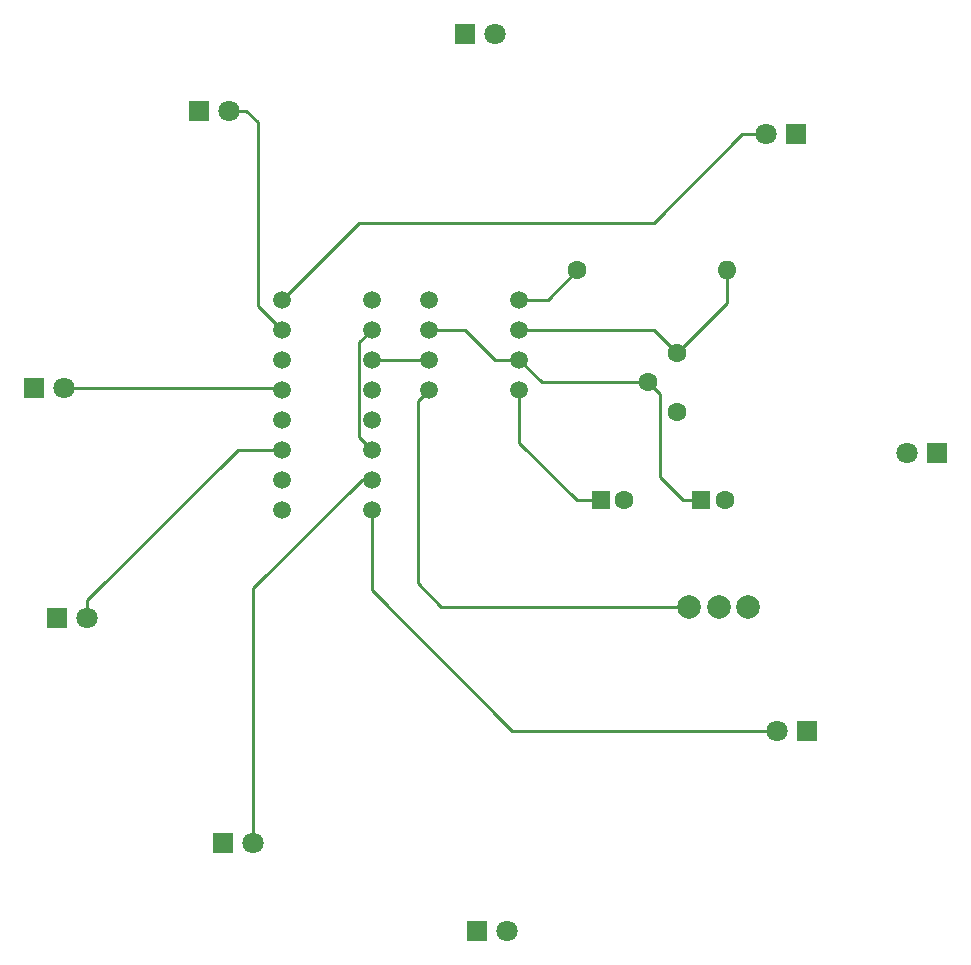
<source format=gbr>
%TF.GenerationSoftware,KiCad,Pcbnew,(5.1.10)-1*%
%TF.CreationDate,2022-08-20T19:00:17-07:00*%
%TF.ProjectId,IEEE_PCB_1,49454545-5f50-4434-925f-312e6b696361,1*%
%TF.SameCoordinates,Original*%
%TF.FileFunction,Copper,L1,Top*%
%TF.FilePolarity,Positive*%
%FSLAX46Y46*%
G04 Gerber Fmt 4.6, Leading zero omitted, Abs format (unit mm)*
G04 Created by KiCad (PCBNEW (5.1.10)-1) date 2022-08-20 19:00:17*
%MOMM*%
%LPD*%
G01*
G04 APERTURE LIST*
%TA.AperFunction,ComponentPad*%
%ADD10C,1.600000*%
%TD*%
%TA.AperFunction,ComponentPad*%
%ADD11R,1.600000X1.600000*%
%TD*%
%TA.AperFunction,ComponentPad*%
%ADD12C,1.800000*%
%TD*%
%TA.AperFunction,ComponentPad*%
%ADD13R,1.800000X1.800000*%
%TD*%
%TA.AperFunction,ComponentPad*%
%ADD14O,1.600000X1.600000*%
%TD*%
%TA.AperFunction,ComponentPad*%
%ADD15C,1.500000*%
%TD*%
%TA.AperFunction,ComponentPad*%
%ADD16C,2.000000*%
%TD*%
%TA.AperFunction,Conductor*%
%ADD17C,0.250000*%
%TD*%
G04 APERTURE END LIST*
D10*
%TO.P,C1,2*%
%TO.N,GND*%
X150500000Y-108000000D03*
D11*
%TO.P,C1,1*%
%TO.N,Net-(C1-Pad1)*%
X148500000Y-108000000D03*
%TD*%
%TO.P,C2,1*%
%TO.N,Net-(C2-Pad1)*%
X157000000Y-108000000D03*
D10*
%TO.P,C2,2*%
%TO.N,GND*%
X159000000Y-108000000D03*
%TD*%
D12*
%TO.P,D1,2*%
%TO.N,Net-(D1-Pad2)*%
X162460000Y-77000000D03*
D13*
%TO.P,D1,1*%
%TO.N,GND*%
X165000000Y-77000000D03*
%TD*%
%TO.P,D2,1*%
%TO.N,GND*%
X114500000Y-75000000D03*
D12*
%TO.P,D2,2*%
%TO.N,Net-(D2-Pad2)*%
X117040000Y-75000000D03*
%TD*%
%TO.P,D3,2*%
%TO.N,Net-(D3-Pad2)*%
X139540000Y-68500000D03*
D13*
%TO.P,D3,1*%
%TO.N,GND*%
X137000000Y-68500000D03*
%TD*%
%TO.P,D4,1*%
%TO.N,GND*%
X100500000Y-98500000D03*
D12*
%TO.P,D4,2*%
%TO.N,Net-(D4-Pad2)*%
X103040000Y-98500000D03*
%TD*%
%TO.P,D5,2*%
%TO.N,Net-(D5-Pad2)*%
X174460000Y-104000000D03*
D13*
%TO.P,D5,1*%
%TO.N,GND*%
X177000000Y-104000000D03*
%TD*%
%TO.P,D6,1*%
%TO.N,GND*%
X102500000Y-118000000D03*
D12*
%TO.P,D6,2*%
%TO.N,Net-(D6-Pad2)*%
X105040000Y-118000000D03*
%TD*%
%TO.P,D7,2*%
%TO.N,Net-(D7-Pad2)*%
X140540000Y-144500000D03*
D13*
%TO.P,D7,1*%
%TO.N,GND*%
X138000000Y-144500000D03*
%TD*%
%TO.P,D8,1*%
%TO.N,GND*%
X116500000Y-137000000D03*
D12*
%TO.P,D8,2*%
%TO.N,Net-(D8-Pad2)*%
X119040000Y-137000000D03*
%TD*%
D13*
%TO.P,D9,1*%
%TO.N,GND*%
X166000000Y-127500000D03*
D12*
%TO.P,D9,2*%
%TO.N,Net-(D9-Pad2)*%
X163460000Y-127500000D03*
%TD*%
D10*
%TO.P,R1,1*%
%TO.N,+3V3*%
X146500000Y-88500000D03*
D14*
%TO.P,R1,2*%
%TO.N,Net-(R1-Pad2)*%
X159200000Y-88500000D03*
%TD*%
D10*
%TO.P,RV1,3*%
%TO.N,GND*%
X155000000Y-100500000D03*
%TO.P,RV1,2*%
%TO.N,Net-(C2-Pad1)*%
X152500000Y-98000000D03*
%TO.P,RV1,1*%
%TO.N,Net-(R1-Pad2)*%
X155000000Y-95500000D03*
%TD*%
D15*
%TO.P,U1,1*%
%TO.N,GND*%
X134000000Y-91000000D03*
%TO.P,U1,2*%
%TO.N,Net-(C2-Pad1)*%
X134000000Y-93540000D03*
%TO.P,U1,3*%
%TO.N,Signal*%
X134000000Y-96080000D03*
%TO.P,U1,4*%
%TO.N,+3V3*%
X134000000Y-98620000D03*
%TO.P,U1,8*%
X141620000Y-91000000D03*
%TO.P,U1,5*%
%TO.N,Net-(C1-Pad1)*%
X141620000Y-98620000D03*
%TO.P,U1,6*%
%TO.N,Net-(C2-Pad1)*%
X141620000Y-96080000D03*
%TO.P,U1,7*%
%TO.N,Net-(R1-Pad2)*%
X141620000Y-93540000D03*
%TD*%
%TO.P,U2,1*%
%TO.N,Net-(D1-Pad2)*%
X121500000Y-91000000D03*
%TO.P,U2,2*%
%TO.N,Net-(D2-Pad2)*%
X121500000Y-93540000D03*
%TO.P,U2,3*%
%TO.N,Net-(D3-Pad2)*%
X121500000Y-96080000D03*
%TO.P,U2,4*%
%TO.N,Net-(D4-Pad2)*%
X121500000Y-98620000D03*
%TO.P,U2,5*%
%TO.N,Net-(D5-Pad2)*%
X121500000Y-101160000D03*
%TO.P,U2,6*%
%TO.N,Net-(D6-Pad2)*%
X121500000Y-103700000D03*
%TO.P,U2,7*%
%TO.N,Net-(D7-Pad2)*%
X121500000Y-106240000D03*
%TO.P,U2,8*%
%TO.N,GND*%
X121500000Y-108780000D03*
%TO.P,U2,10*%
%TO.N,Net-(D8-Pad2)*%
X129120000Y-106240000D03*
%TO.P,U2,9*%
%TO.N,Net-(D9-Pad2)*%
X129120000Y-108780000D03*
%TO.P,U2,11*%
%TO.N,Net-(U2-Pad11)*%
X129120000Y-103700000D03*
%TO.P,U2,14*%
%TO.N,Signal*%
X129120000Y-96080000D03*
%TO.P,U2,12*%
%TO.N,Net-(U2-Pad12)*%
X129120000Y-101160000D03*
%TO.P,U2,16*%
%TO.N,+3V3*%
X129120000Y-91000000D03*
%TO.P,U2,13*%
%TO.N,GND*%
X129120000Y-98620000D03*
%TO.P,U2,15*%
%TO.N,Net-(U2-Pad11)*%
X129120000Y-93540000D03*
%TD*%
D16*
%TO.P,U3,2*%
%TO.N,Net-(U3-Pad2)*%
X158500000Y-117000000D03*
%TO.P,U3,3*%
%TO.N,GND*%
X161000000Y-117000000D03*
%TO.P,U3,1*%
%TO.N,+3V3*%
X156000000Y-117000000D03*
%TD*%
D17*
%TO.N,Net-(C1-Pad1)*%
X141620000Y-98620000D02*
X141620000Y-103120000D01*
X146500000Y-108000000D02*
X148500000Y-108000000D01*
X141620000Y-103120000D02*
X146500000Y-108000000D01*
%TO.N,Net-(C2-Pad1)*%
X143540000Y-98000000D02*
X141620000Y-96080000D01*
X152500000Y-98000000D02*
X143540000Y-98000000D01*
X141620000Y-96080000D02*
X139580000Y-96080000D01*
X137040000Y-93540000D02*
X134000000Y-93540000D01*
X139580000Y-96080000D02*
X137040000Y-93540000D01*
X152500000Y-98000000D02*
X153500000Y-99000000D01*
X153500000Y-99000000D02*
X153500000Y-106000000D01*
X155500000Y-108000000D02*
X157000000Y-108000000D01*
X153500000Y-106000000D02*
X155500000Y-108000000D01*
%TO.N,Net-(D1-Pad2)*%
X162460000Y-77000000D02*
X160500000Y-77000000D01*
X160500000Y-77000000D02*
X153000000Y-84500000D01*
X128000000Y-84500000D02*
X121500000Y-91000000D01*
X153000000Y-84500000D02*
X128000000Y-84500000D01*
%TO.N,Net-(D2-Pad2)*%
X117040000Y-75000000D02*
X118500000Y-75000000D01*
X118500000Y-75000000D02*
X119500000Y-76000000D01*
X119500000Y-91540000D02*
X121500000Y-93540000D01*
X119500000Y-76000000D02*
X119500000Y-91540000D01*
%TO.N,Net-(D4-Pad2)*%
X121380000Y-98500000D02*
X121500000Y-98620000D01*
X103040000Y-98500000D02*
X121380000Y-98500000D01*
%TO.N,Net-(D6-Pad2)*%
X105040000Y-118000000D02*
X105040000Y-116460000D01*
X117800000Y-103700000D02*
X121500000Y-103700000D01*
X105040000Y-116460000D02*
X117800000Y-103700000D01*
%TO.N,Net-(D8-Pad2)*%
X119040000Y-137000000D02*
X119040000Y-115460000D01*
X128260000Y-106240000D02*
X129120000Y-106240000D01*
X119040000Y-115460000D02*
X128260000Y-106240000D01*
%TO.N,Net-(D9-Pad2)*%
X163460000Y-127500000D02*
X141000000Y-127500000D01*
X129120000Y-115620000D02*
X129120000Y-108780000D01*
X141000000Y-127500000D02*
X129120000Y-115620000D01*
%TO.N,+3V3*%
X133500000Y-99120000D02*
X134000000Y-98620000D01*
X144000000Y-91000000D02*
X146500000Y-88500000D01*
X141620000Y-91000000D02*
X144000000Y-91000000D01*
X135000000Y-117000000D02*
X133000000Y-115000000D01*
X133000000Y-99620000D02*
X134000000Y-98620000D01*
X133000000Y-115000000D02*
X133000000Y-99620000D01*
X135000000Y-117000000D02*
X156000000Y-117000000D01*
%TO.N,Net-(R1-Pad2)*%
X153040000Y-93540000D02*
X155000000Y-95500000D01*
X141620000Y-93540000D02*
X153040000Y-93540000D01*
X159200000Y-91300000D02*
X155000000Y-95500000D01*
X159200000Y-88500000D02*
X159200000Y-91300000D01*
%TO.N,Signal*%
X129120000Y-96080000D02*
X134000000Y-96080000D01*
%TO.N,Net-(U2-Pad11)*%
X128044999Y-94615001D02*
X129120000Y-93540000D01*
X128044999Y-102624999D02*
X128044999Y-94615001D01*
X129120000Y-103700000D02*
X128044999Y-102624999D01*
%TD*%
M02*

</source>
